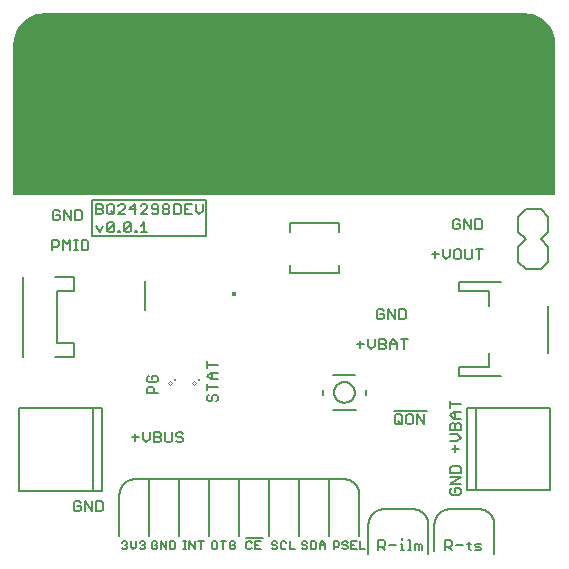
<source format=gto>
G75*
%MOIN*%
%OFA0B0*%
%FSLAX25Y25*%
%IPPOS*%
%LPD*%
%AMOC8*
5,1,8,0,0,1.08239X$1,22.5*
%
%ADD10C,0.00600*%
%ADD11C,0.00500*%
%ADD12C,0.00800*%
%ADD13C,0.00250*%
%ADD14C,0.00984*%
%ADD15C,0.00787*%
%ADD16R,0.01673X0.01772*%
%ADD17R,0.01000X0.10000*%
D10*
X0027642Y0038475D02*
X0028209Y0037908D01*
X0029343Y0037908D01*
X0029911Y0038475D01*
X0029911Y0039609D01*
X0028776Y0039609D01*
X0027642Y0040743D02*
X0027642Y0038475D01*
X0027642Y0040743D02*
X0028209Y0041311D01*
X0029343Y0041311D01*
X0029911Y0040743D01*
X0031325Y0041311D02*
X0031325Y0037908D01*
X0033594Y0037908D02*
X0031325Y0041311D01*
X0033594Y0041311D02*
X0033594Y0037908D01*
X0035008Y0037908D02*
X0036710Y0037908D01*
X0037277Y0038475D01*
X0037277Y0040743D01*
X0036710Y0041311D01*
X0035008Y0041311D01*
X0035008Y0037908D01*
X0051776Y0060908D02*
X0052911Y0062042D01*
X0052911Y0064311D01*
X0054325Y0064311D02*
X0056027Y0064311D01*
X0056594Y0063743D01*
X0056594Y0063176D01*
X0056027Y0062609D01*
X0054325Y0062609D01*
X0054325Y0060908D02*
X0056027Y0060908D01*
X0056594Y0061475D01*
X0056594Y0062042D01*
X0056027Y0062609D01*
X0058008Y0061475D02*
X0058575Y0060908D01*
X0059710Y0060908D01*
X0060277Y0061475D01*
X0060277Y0064311D01*
X0061691Y0063743D02*
X0061691Y0063176D01*
X0062259Y0062609D01*
X0063393Y0062609D01*
X0063960Y0062042D01*
X0063960Y0061475D01*
X0063393Y0060908D01*
X0062259Y0060908D01*
X0061691Y0061475D01*
X0061691Y0063743D02*
X0062259Y0064311D01*
X0063393Y0064311D01*
X0063960Y0063743D01*
X0058008Y0064311D02*
X0058008Y0061475D01*
X0054325Y0060908D02*
X0054325Y0064311D01*
X0050642Y0064311D02*
X0050642Y0062042D01*
X0051776Y0060908D01*
X0049227Y0062609D02*
X0046959Y0062609D01*
X0048093Y0063743D02*
X0048093Y0061475D01*
X0052164Y0077225D02*
X0052164Y0078926D01*
X0052731Y0079493D01*
X0053865Y0079493D01*
X0054432Y0078926D01*
X0054432Y0077225D01*
X0055567Y0077225D02*
X0052164Y0077225D01*
X0052731Y0080908D02*
X0055000Y0080908D01*
X0055567Y0081475D01*
X0055567Y0082609D01*
X0055000Y0083176D01*
X0053865Y0083176D01*
X0053865Y0082042D01*
X0052731Y0083176D02*
X0052164Y0082609D01*
X0052164Y0081475D01*
X0052731Y0080908D01*
X0072164Y0080493D02*
X0072164Y0078225D01*
X0072164Y0079359D02*
X0075567Y0079359D01*
X0075567Y0081908D02*
X0073298Y0081908D01*
X0072164Y0083042D01*
X0073298Y0084176D01*
X0075567Y0084176D01*
X0073865Y0084176D02*
X0073865Y0081908D01*
X0072164Y0085591D02*
X0072164Y0087859D01*
X0072164Y0086725D02*
X0075567Y0086725D01*
X0075000Y0076810D02*
X0075567Y0076243D01*
X0075567Y0075109D01*
X0075000Y0074541D01*
X0073865Y0075109D02*
X0073865Y0076243D01*
X0074432Y0076810D01*
X0075000Y0076810D01*
X0073865Y0075109D02*
X0073298Y0074541D01*
X0072731Y0074541D01*
X0072164Y0075109D01*
X0072164Y0076243D01*
X0072731Y0076810D01*
X0031937Y0124908D02*
X0030236Y0124908D01*
X0030236Y0128311D01*
X0031937Y0128311D01*
X0032505Y0127743D01*
X0032505Y0125475D01*
X0031937Y0124908D01*
X0028915Y0124908D02*
X0027781Y0124908D01*
X0028348Y0124908D02*
X0028348Y0128311D01*
X0027781Y0128311D02*
X0028915Y0128311D01*
X0026366Y0128311D02*
X0026366Y0124908D01*
X0024097Y0124908D02*
X0024097Y0128311D01*
X0025232Y0127176D01*
X0026366Y0128311D01*
X0022683Y0127743D02*
X0022683Y0126609D01*
X0022116Y0126042D01*
X0020414Y0126042D01*
X0020414Y0124908D02*
X0020414Y0128311D01*
X0022116Y0128311D01*
X0022683Y0127743D01*
X0022343Y0134908D02*
X0021209Y0134908D01*
X0020642Y0135475D01*
X0020642Y0137743D01*
X0021209Y0138311D01*
X0022343Y0138311D01*
X0022911Y0137743D01*
X0022911Y0136609D02*
X0021776Y0136609D01*
X0022911Y0136609D02*
X0022911Y0135475D01*
X0022343Y0134908D01*
X0024325Y0134908D02*
X0024325Y0138311D01*
X0026594Y0134908D01*
X0026594Y0138311D01*
X0028008Y0138311D02*
X0029710Y0138311D01*
X0030277Y0137743D01*
X0030277Y0135475D01*
X0029710Y0134908D01*
X0028008Y0134908D01*
X0028008Y0138311D01*
X0035167Y0138609D02*
X0036868Y0138609D01*
X0037435Y0138042D01*
X0037435Y0137475D01*
X0036868Y0136908D01*
X0035167Y0136908D01*
X0035167Y0140311D01*
X0036868Y0140311D01*
X0037435Y0139743D01*
X0037435Y0139176D01*
X0036868Y0138609D01*
X0038850Y0137475D02*
X0039417Y0136908D01*
X0040551Y0136908D01*
X0041118Y0137475D01*
X0041118Y0139743D01*
X0040551Y0140311D01*
X0039417Y0140311D01*
X0038850Y0139743D01*
X0038850Y0137475D01*
X0039984Y0138042D02*
X0041118Y0136908D01*
X0042533Y0136908D02*
X0044802Y0139176D01*
X0044802Y0139743D01*
X0044234Y0140311D01*
X0043100Y0140311D01*
X0042533Y0139743D01*
X0042533Y0136908D02*
X0044802Y0136908D01*
X0046216Y0138609D02*
X0048485Y0138609D01*
X0047918Y0136908D02*
X0047918Y0140311D01*
X0046216Y0138609D01*
X0049899Y0139743D02*
X0050466Y0140311D01*
X0051601Y0140311D01*
X0052168Y0139743D01*
X0052168Y0139176D01*
X0049899Y0136908D01*
X0052168Y0136908D01*
X0053582Y0137475D02*
X0054150Y0136908D01*
X0055284Y0136908D01*
X0055851Y0137475D01*
X0055851Y0139743D01*
X0055284Y0140311D01*
X0054150Y0140311D01*
X0053582Y0139743D01*
X0053582Y0139176D01*
X0054150Y0138609D01*
X0055851Y0138609D01*
X0057266Y0138042D02*
X0057833Y0138609D01*
X0058967Y0138609D01*
X0059534Y0138042D01*
X0059534Y0137475D01*
X0058967Y0136908D01*
X0057833Y0136908D01*
X0057266Y0137475D01*
X0057266Y0138042D01*
X0057833Y0138609D02*
X0057266Y0139176D01*
X0057266Y0139743D01*
X0057833Y0140311D01*
X0058967Y0140311D01*
X0059534Y0139743D01*
X0059534Y0139176D01*
X0058967Y0138609D01*
X0060949Y0136908D02*
X0062650Y0136908D01*
X0063217Y0137475D01*
X0063217Y0139743D01*
X0062650Y0140311D01*
X0060949Y0140311D01*
X0060949Y0136908D01*
X0064632Y0136908D02*
X0064632Y0140311D01*
X0066900Y0140311D01*
X0068315Y0140311D02*
X0068315Y0138042D01*
X0069449Y0136908D01*
X0070584Y0138042D01*
X0070584Y0140311D01*
X0066900Y0136908D02*
X0064632Y0136908D01*
X0064632Y0138609D02*
X0065766Y0138609D01*
X0052168Y0130908D02*
X0049899Y0130908D01*
X0051034Y0130908D02*
X0051034Y0134311D01*
X0049899Y0133176D01*
X0048625Y0131475D02*
X0048625Y0130908D01*
X0048058Y0130908D01*
X0048058Y0131475D01*
X0048625Y0131475D01*
X0046643Y0131475D02*
X0046076Y0130908D01*
X0044942Y0130908D01*
X0044375Y0131475D01*
X0046643Y0133743D01*
X0046643Y0131475D01*
X0046643Y0133743D02*
X0046076Y0134311D01*
X0044942Y0134311D01*
X0044375Y0133743D01*
X0044375Y0131475D01*
X0043100Y0131475D02*
X0043100Y0130908D01*
X0042533Y0130908D01*
X0042533Y0131475D01*
X0043100Y0131475D01*
X0041118Y0131475D02*
X0040551Y0130908D01*
X0039417Y0130908D01*
X0038850Y0131475D01*
X0041118Y0133743D01*
X0041118Y0131475D01*
X0038850Y0131475D02*
X0038850Y0133743D01*
X0039417Y0134311D01*
X0040551Y0134311D01*
X0041118Y0133743D01*
X0037435Y0133176D02*
X0036301Y0130908D01*
X0035167Y0133176D01*
X0007867Y0143608D02*
X0007867Y0193608D01*
X0007968Y0195031D01*
X0008272Y0196425D01*
X0008770Y0197762D01*
X0009454Y0199014D01*
X0010309Y0200156D01*
X0011318Y0201165D01*
X0012460Y0202020D01*
X0013713Y0202704D01*
X0015049Y0203203D01*
X0016444Y0203506D01*
X0017867Y0203608D01*
X0177867Y0203608D01*
X0179290Y0203506D01*
X0180684Y0203203D01*
X0182021Y0202704D01*
X0183273Y0202020D01*
X0184415Y0201165D01*
X0185424Y0200156D01*
X0186279Y0199014D01*
X0186963Y0197762D01*
X0187462Y0196425D01*
X0187765Y0195031D01*
X0187867Y0193608D01*
X0187867Y0143608D01*
X0007867Y0143608D01*
X0007867Y0143908D02*
X0187867Y0143908D01*
X0187867Y0144507D02*
X0007867Y0144507D01*
X0007867Y0145105D02*
X0187867Y0145105D01*
X0187867Y0145704D02*
X0007867Y0145704D01*
X0007867Y0146302D02*
X0187867Y0146302D01*
X0187867Y0146901D02*
X0007867Y0146901D01*
X0007867Y0147500D02*
X0187867Y0147500D01*
X0187867Y0148098D02*
X0007867Y0148098D01*
X0007867Y0148697D02*
X0187867Y0148697D01*
X0187867Y0149295D02*
X0007867Y0149295D01*
X0007867Y0149894D02*
X0187867Y0149894D01*
X0187867Y0150492D02*
X0007867Y0150492D01*
X0007867Y0151091D02*
X0187867Y0151091D01*
X0187867Y0151689D02*
X0007867Y0151689D01*
X0007867Y0152288D02*
X0187867Y0152288D01*
X0187867Y0152886D02*
X0007867Y0152886D01*
X0007867Y0153485D02*
X0187867Y0153485D01*
X0187867Y0154083D02*
X0007867Y0154083D01*
X0007867Y0154682D02*
X0187867Y0154682D01*
X0187867Y0155280D02*
X0007867Y0155280D01*
X0007867Y0155879D02*
X0187867Y0155879D01*
X0187867Y0156477D02*
X0007867Y0156477D01*
X0007867Y0157076D02*
X0187867Y0157076D01*
X0187867Y0157674D02*
X0007867Y0157674D01*
X0007867Y0158273D02*
X0187867Y0158273D01*
X0187867Y0158871D02*
X0007867Y0158871D01*
X0007867Y0159470D02*
X0187867Y0159470D01*
X0187867Y0160068D02*
X0007867Y0160068D01*
X0007867Y0160667D02*
X0187867Y0160667D01*
X0187867Y0161265D02*
X0007867Y0161265D01*
X0007867Y0161864D02*
X0187867Y0161864D01*
X0187867Y0162462D02*
X0007867Y0162462D01*
X0007867Y0163061D02*
X0187867Y0163061D01*
X0187867Y0163659D02*
X0007867Y0163659D01*
X0007867Y0164258D02*
X0187867Y0164258D01*
X0187867Y0164856D02*
X0007867Y0164856D01*
X0007867Y0165455D02*
X0187867Y0165455D01*
X0187867Y0166053D02*
X0007867Y0166053D01*
X0007867Y0166652D02*
X0187867Y0166652D01*
X0187867Y0167250D02*
X0007867Y0167250D01*
X0007867Y0167849D02*
X0187867Y0167849D01*
X0187867Y0168447D02*
X0007867Y0168447D01*
X0007867Y0169046D02*
X0187867Y0169046D01*
X0187867Y0169644D02*
X0007867Y0169644D01*
X0007867Y0170243D02*
X0187867Y0170243D01*
X0187867Y0170841D02*
X0007867Y0170841D01*
X0007867Y0171440D02*
X0187867Y0171440D01*
X0187867Y0172038D02*
X0007867Y0172038D01*
X0007867Y0172637D02*
X0187867Y0172637D01*
X0187867Y0173235D02*
X0007867Y0173235D01*
X0007867Y0173834D02*
X0187867Y0173834D01*
X0187867Y0174433D02*
X0007867Y0174433D01*
X0007867Y0175031D02*
X0187867Y0175031D01*
X0187867Y0175630D02*
X0007867Y0175630D01*
X0007867Y0176228D02*
X0187867Y0176228D01*
X0187867Y0176827D02*
X0007867Y0176827D01*
X0007867Y0177425D02*
X0187867Y0177425D01*
X0187867Y0178024D02*
X0007867Y0178024D01*
X0007867Y0178622D02*
X0187867Y0178622D01*
X0187867Y0179221D02*
X0007867Y0179221D01*
X0007867Y0179819D02*
X0187867Y0179819D01*
X0187867Y0180418D02*
X0007867Y0180418D01*
X0007867Y0181016D02*
X0187867Y0181016D01*
X0187867Y0181615D02*
X0007867Y0181615D01*
X0007867Y0182213D02*
X0187867Y0182213D01*
X0187867Y0182812D02*
X0007867Y0182812D01*
X0007867Y0183410D02*
X0187867Y0183410D01*
X0187867Y0184009D02*
X0007867Y0184009D01*
X0007867Y0184607D02*
X0187867Y0184607D01*
X0187867Y0185206D02*
X0007867Y0185206D01*
X0007867Y0185804D02*
X0187867Y0185804D01*
X0187867Y0186403D02*
X0007867Y0186403D01*
X0007867Y0187001D02*
X0187867Y0187001D01*
X0187867Y0187600D02*
X0007867Y0187600D01*
X0007867Y0188198D02*
X0187867Y0188198D01*
X0187867Y0188797D02*
X0007867Y0188797D01*
X0007867Y0189395D02*
X0187867Y0189395D01*
X0187867Y0189994D02*
X0007867Y0189994D01*
X0007867Y0190592D02*
X0187867Y0190592D01*
X0187867Y0191191D02*
X0007867Y0191191D01*
X0007867Y0191789D02*
X0187867Y0191789D01*
X0187867Y0192388D02*
X0007867Y0192388D01*
X0007867Y0192986D02*
X0187867Y0192986D01*
X0187867Y0193585D02*
X0007867Y0193585D01*
X0007908Y0194183D02*
X0187825Y0194183D01*
X0187783Y0194782D02*
X0007951Y0194782D01*
X0008045Y0195380D02*
X0187689Y0195380D01*
X0187559Y0195979D02*
X0008175Y0195979D01*
X0008329Y0196577D02*
X0187405Y0196577D01*
X0187181Y0197176D02*
X0008552Y0197176D01*
X0008777Y0197774D02*
X0186956Y0197774D01*
X0186629Y0198373D02*
X0009104Y0198373D01*
X0009431Y0198971D02*
X0186302Y0198971D01*
X0185863Y0199570D02*
X0009870Y0199570D01*
X0010321Y0200169D02*
X0185412Y0200169D01*
X0184813Y0200767D02*
X0010920Y0200767D01*
X0011586Y0201366D02*
X0184148Y0201366D01*
X0183348Y0201964D02*
X0012385Y0201964D01*
X0013453Y0202563D02*
X0182280Y0202563D01*
X0180795Y0203161D02*
X0014938Y0203161D01*
X0121959Y0093609D02*
X0124227Y0093609D01*
X0125642Y0093042D02*
X0125642Y0095311D01*
X0127911Y0095311D02*
X0127911Y0093042D01*
X0126776Y0091908D01*
X0125642Y0093042D01*
X0123093Y0092475D02*
X0123093Y0094743D01*
X0129325Y0095311D02*
X0129325Y0091908D01*
X0131027Y0091908D01*
X0131594Y0092475D01*
X0131594Y0093042D01*
X0131027Y0093609D01*
X0129325Y0093609D01*
X0131027Y0093609D02*
X0131594Y0094176D01*
X0131594Y0094743D01*
X0131027Y0095311D01*
X0129325Y0095311D01*
X0133008Y0094176D02*
X0133008Y0091908D01*
X0133008Y0093609D02*
X0135277Y0093609D01*
X0135277Y0094176D02*
X0135277Y0091908D01*
X0135277Y0094176D02*
X0134143Y0095311D01*
X0133008Y0094176D01*
X0136691Y0095311D02*
X0138960Y0095311D01*
X0137826Y0095311D02*
X0137826Y0091908D01*
X0137710Y0101908D02*
X0136008Y0101908D01*
X0136008Y0105311D01*
X0137710Y0105311D01*
X0138277Y0104743D01*
X0138277Y0102475D01*
X0137710Y0101908D01*
X0134594Y0101908D02*
X0134594Y0105311D01*
X0132325Y0105311D02*
X0134594Y0101908D01*
X0132325Y0101908D02*
X0132325Y0105311D01*
X0130911Y0104743D02*
X0130343Y0105311D01*
X0129209Y0105311D01*
X0128642Y0104743D01*
X0128642Y0102475D01*
X0129209Y0101908D01*
X0130343Y0101908D01*
X0130911Y0102475D01*
X0130911Y0103609D01*
X0129776Y0103609D01*
X0148093Y0122475D02*
X0148093Y0124743D01*
X0146959Y0123609D02*
X0149227Y0123609D01*
X0150642Y0123042D02*
X0151776Y0121908D01*
X0152911Y0123042D01*
X0152911Y0125311D01*
X0154325Y0124743D02*
X0154325Y0122475D01*
X0154892Y0121908D01*
X0156027Y0121908D01*
X0156594Y0122475D01*
X0156594Y0124743D01*
X0156027Y0125311D01*
X0154892Y0125311D01*
X0154325Y0124743D01*
X0150642Y0125311D02*
X0150642Y0123042D01*
X0158008Y0122475D02*
X0158575Y0121908D01*
X0159710Y0121908D01*
X0160277Y0122475D01*
X0160277Y0125311D01*
X0161691Y0125311D02*
X0163960Y0125311D01*
X0162826Y0125311D02*
X0162826Y0121908D01*
X0158008Y0122475D02*
X0158008Y0125311D01*
X0157850Y0131908D02*
X0157850Y0135311D01*
X0160118Y0131908D01*
X0160118Y0135311D01*
X0161533Y0135311D02*
X0163234Y0135311D01*
X0163802Y0134743D01*
X0163802Y0132475D01*
X0163234Y0131908D01*
X0161533Y0131908D01*
X0161533Y0135311D01*
X0156435Y0134743D02*
X0155868Y0135311D01*
X0154734Y0135311D01*
X0154167Y0134743D01*
X0154167Y0132475D01*
X0154734Y0131908D01*
X0155868Y0131908D01*
X0156435Y0132475D01*
X0156435Y0133609D01*
X0155301Y0133609D01*
X0153164Y0074701D02*
X0153164Y0072432D01*
X0153164Y0073567D02*
X0156567Y0073567D01*
X0156567Y0071018D02*
X0154298Y0071018D01*
X0153164Y0069884D01*
X0154298Y0068749D01*
X0156567Y0068749D01*
X0156000Y0067335D02*
X0156567Y0066768D01*
X0156567Y0065066D01*
X0153164Y0065066D01*
X0153164Y0066768D01*
X0153731Y0067335D01*
X0154298Y0067335D01*
X0154865Y0066768D01*
X0154865Y0065066D01*
X0155432Y0063652D02*
X0153164Y0063652D01*
X0155432Y0063652D02*
X0156567Y0062517D01*
X0155432Y0061383D01*
X0153164Y0061383D01*
X0154865Y0059968D02*
X0154865Y0057700D01*
X0153731Y0058834D02*
X0156000Y0058834D01*
X0156000Y0053018D02*
X0153731Y0053018D01*
X0153164Y0052451D01*
X0153164Y0050749D01*
X0156567Y0050749D01*
X0156567Y0052451D01*
X0156000Y0053018D01*
X0156567Y0049335D02*
X0153164Y0049335D01*
X0153164Y0047066D02*
X0156567Y0049335D01*
X0156567Y0047066D02*
X0153164Y0047066D01*
X0153731Y0045652D02*
X0153164Y0045084D01*
X0153164Y0043950D01*
X0153731Y0043383D01*
X0156000Y0043383D01*
X0156567Y0043950D01*
X0156567Y0045084D01*
X0156000Y0045652D01*
X0154865Y0045652D01*
X0154865Y0044517D01*
X0153116Y0028311D02*
X0151414Y0028311D01*
X0151414Y0024908D01*
X0151414Y0026042D02*
X0153116Y0026042D01*
X0153683Y0026609D01*
X0153683Y0027743D01*
X0153116Y0028311D01*
X0152549Y0026042D02*
X0153683Y0024908D01*
X0155097Y0026609D02*
X0157366Y0026609D01*
X0158781Y0027176D02*
X0159915Y0027176D01*
X0159348Y0027743D02*
X0159348Y0025475D01*
X0159915Y0024908D01*
X0161236Y0024908D02*
X0162937Y0024908D01*
X0163505Y0025475D01*
X0162937Y0026042D01*
X0161803Y0026042D01*
X0161236Y0026609D01*
X0161803Y0027176D01*
X0163505Y0027176D01*
X0143732Y0026609D02*
X0143732Y0024908D01*
X0142598Y0024908D02*
X0142598Y0026609D01*
X0143165Y0027176D01*
X0143732Y0026609D01*
X0142598Y0026609D02*
X0142031Y0027176D01*
X0141464Y0027176D01*
X0141464Y0024908D01*
X0140143Y0024908D02*
X0139008Y0024908D01*
X0139575Y0024908D02*
X0139575Y0028311D01*
X0139008Y0028311D01*
X0137120Y0028311D02*
X0137120Y0028878D01*
X0137120Y0027176D02*
X0137120Y0024908D01*
X0136553Y0024908D02*
X0137687Y0024908D01*
X0137120Y0027176D02*
X0136553Y0027176D01*
X0135138Y0026609D02*
X0132870Y0026609D01*
X0131455Y0026609D02*
X0131455Y0027743D01*
X0130888Y0028311D01*
X0129187Y0028311D01*
X0129187Y0024908D01*
X0129187Y0026042D02*
X0130888Y0026042D01*
X0131455Y0026609D01*
X0130321Y0026042D02*
X0131455Y0024908D01*
X0135209Y0066908D02*
X0134642Y0067475D01*
X0134642Y0069743D01*
X0135209Y0070311D01*
X0136343Y0070311D01*
X0136911Y0069743D01*
X0136911Y0067475D01*
X0136343Y0066908D01*
X0135209Y0066908D01*
X0135776Y0068042D02*
X0136911Y0066908D01*
X0138325Y0067475D02*
X0138892Y0066908D01*
X0140027Y0066908D01*
X0140594Y0067475D01*
X0140594Y0069743D01*
X0140027Y0070311D01*
X0138892Y0070311D01*
X0138325Y0069743D01*
X0138325Y0067475D01*
X0142008Y0066908D02*
X0142008Y0070311D01*
X0144277Y0066908D01*
X0144277Y0070311D01*
X0145391Y0071508D02*
X0134342Y0071508D01*
X0154865Y0071018D02*
X0154865Y0068749D01*
X0155432Y0067335D02*
X0156000Y0067335D01*
X0155432Y0067335D02*
X0154865Y0066768D01*
D11*
X0123063Y0027960D02*
X0123063Y0025258D01*
X0124865Y0025258D01*
X0121918Y0025258D02*
X0120117Y0025258D01*
X0120117Y0027960D01*
X0121918Y0027960D01*
X0121017Y0026609D02*
X0120117Y0026609D01*
X0118972Y0026158D02*
X0118972Y0025708D01*
X0118521Y0025258D01*
X0117621Y0025258D01*
X0117170Y0025708D01*
X0117621Y0026609D02*
X0118521Y0026609D01*
X0118972Y0026158D01*
X0118972Y0027510D02*
X0118521Y0027960D01*
X0117621Y0027960D01*
X0117170Y0027510D01*
X0117170Y0027059D01*
X0117621Y0026609D01*
X0116025Y0026609D02*
X0116025Y0027510D01*
X0115575Y0027960D01*
X0114224Y0027960D01*
X0114224Y0025258D01*
X0114224Y0026158D02*
X0115575Y0026158D01*
X0116025Y0026609D01*
X0111391Y0026609D02*
X0109590Y0026609D01*
X0109590Y0027059D02*
X0109590Y0025258D01*
X0108445Y0025708D02*
X0108445Y0027510D01*
X0107995Y0027960D01*
X0106643Y0027960D01*
X0106643Y0025258D01*
X0107995Y0025258D01*
X0108445Y0025708D01*
X0109590Y0027059D02*
X0110491Y0027960D01*
X0111391Y0027059D01*
X0111391Y0025258D01*
X0105498Y0025708D02*
X0105048Y0025258D01*
X0104147Y0025258D01*
X0103697Y0025708D01*
X0104147Y0026609D02*
X0105048Y0026609D01*
X0105498Y0026158D01*
X0105498Y0025708D01*
X0104147Y0026609D02*
X0103697Y0027059D01*
X0103697Y0027510D01*
X0104147Y0027960D01*
X0105048Y0027960D01*
X0105498Y0027510D01*
X0101391Y0025258D02*
X0099590Y0025258D01*
X0099590Y0027960D01*
X0098445Y0027510D02*
X0097995Y0027960D01*
X0097094Y0027960D01*
X0096643Y0027510D01*
X0096643Y0025708D01*
X0097094Y0025258D01*
X0097995Y0025258D01*
X0098445Y0025708D01*
X0095498Y0025708D02*
X0095048Y0025258D01*
X0094147Y0025258D01*
X0093697Y0025708D01*
X0094147Y0026609D02*
X0095048Y0026609D01*
X0095498Y0026158D01*
X0095498Y0025708D01*
X0094147Y0026609D02*
X0093697Y0027059D01*
X0093697Y0027510D01*
X0094147Y0027960D01*
X0095048Y0027960D01*
X0095498Y0027510D01*
X0090813Y0028958D02*
X0084920Y0028958D01*
X0085621Y0027960D02*
X0085170Y0027510D01*
X0085170Y0025708D01*
X0085621Y0025258D01*
X0086521Y0025258D01*
X0086972Y0025708D01*
X0088117Y0025258D02*
X0089918Y0025258D01*
X0089017Y0026609D02*
X0088117Y0026609D01*
X0088117Y0027960D02*
X0088117Y0025258D01*
X0086972Y0027510D02*
X0086521Y0027960D01*
X0085621Y0027960D01*
X0088117Y0027960D02*
X0089918Y0027960D01*
X0081391Y0027510D02*
X0080941Y0027960D01*
X0080040Y0027960D01*
X0079590Y0027510D01*
X0079590Y0025708D01*
X0080040Y0025258D01*
X0080941Y0025258D01*
X0081391Y0025708D01*
X0081391Y0026609D01*
X0080491Y0026609D01*
X0078445Y0027960D02*
X0076643Y0027960D01*
X0077544Y0027960D02*
X0077544Y0025258D01*
X0075498Y0025708D02*
X0075498Y0027510D01*
X0075048Y0027960D01*
X0074147Y0027960D01*
X0073697Y0027510D01*
X0073697Y0025708D01*
X0074147Y0025258D01*
X0075048Y0025258D01*
X0075498Y0025708D01*
X0070900Y0027960D02*
X0069099Y0027960D01*
X0070000Y0027960D02*
X0070000Y0025258D01*
X0067954Y0025258D02*
X0067954Y0027960D01*
X0066152Y0027960D02*
X0066152Y0025258D01*
X0065089Y0025258D02*
X0064188Y0025258D01*
X0064638Y0025258D02*
X0064638Y0027960D01*
X0064188Y0027960D02*
X0065089Y0027960D01*
X0066152Y0027960D02*
X0067954Y0025258D01*
X0061391Y0025708D02*
X0061391Y0027510D01*
X0060941Y0027960D01*
X0059590Y0027960D01*
X0059590Y0025258D01*
X0060941Y0025258D01*
X0061391Y0025708D01*
X0058445Y0025258D02*
X0058445Y0027960D01*
X0056643Y0027960D02*
X0056643Y0025258D01*
X0055498Y0025708D02*
X0055498Y0026609D01*
X0054598Y0026609D01*
X0055498Y0027510D02*
X0055048Y0027960D01*
X0054147Y0027960D01*
X0053697Y0027510D01*
X0053697Y0025708D01*
X0054147Y0025258D01*
X0055048Y0025258D01*
X0055498Y0025708D01*
X0056643Y0027960D02*
X0058445Y0025258D01*
X0051391Y0025708D02*
X0050941Y0025258D01*
X0050040Y0025258D01*
X0049590Y0025708D01*
X0048445Y0026158D02*
X0048445Y0027960D01*
X0049590Y0027510D02*
X0050040Y0027960D01*
X0050941Y0027960D01*
X0051391Y0027510D01*
X0051391Y0027059D01*
X0050941Y0026609D01*
X0051391Y0026158D01*
X0051391Y0025708D01*
X0050941Y0026609D02*
X0050491Y0026609D01*
X0048445Y0026158D02*
X0047544Y0025258D01*
X0046643Y0026158D01*
X0046643Y0027960D01*
X0045498Y0027510D02*
X0045498Y0027059D01*
X0045048Y0026609D01*
X0045498Y0026158D01*
X0045498Y0025708D01*
X0045048Y0025258D01*
X0044147Y0025258D01*
X0043697Y0025708D01*
X0044598Y0026609D02*
X0045048Y0026609D01*
X0045498Y0027510D02*
X0045048Y0027960D01*
X0044147Y0027960D01*
X0043697Y0027510D01*
X0099599Y0117340D02*
X0099599Y0120096D01*
X0099599Y0117340D02*
X0116134Y0117340D01*
X0116134Y0120096D01*
X0116134Y0131119D02*
X0116134Y0133875D01*
X0099599Y0133875D01*
X0099599Y0131119D01*
D12*
X0071867Y0129608D02*
X0071867Y0141608D01*
X0033867Y0141608D01*
X0033867Y0129608D01*
X0071867Y0129608D01*
X0027693Y0115993D02*
X0027693Y0111269D01*
X0022182Y0111269D01*
X0022182Y0093946D01*
X0027693Y0093946D01*
X0027693Y0089222D01*
X0021394Y0089222D01*
X0010764Y0089222D02*
X0010764Y0115993D01*
X0021394Y0115993D02*
X0027693Y0115993D01*
X0033890Y0072277D02*
X0009481Y0072277D01*
X0009481Y0044718D01*
X0033890Y0044718D01*
X0033890Y0072277D01*
X0037040Y0072277D01*
X0037040Y0044718D01*
X0033890Y0044718D01*
X0042867Y0043608D02*
X0042867Y0029608D01*
X0052867Y0029608D02*
X0052867Y0048608D01*
X0062867Y0048608D01*
X0062867Y0029608D01*
X0072867Y0029608D02*
X0072867Y0048608D01*
X0082867Y0048608D01*
X0082867Y0029608D01*
X0092867Y0029608D02*
X0092867Y0048608D01*
X0102867Y0048608D01*
X0102867Y0029608D01*
X0112867Y0029608D02*
X0112867Y0048608D01*
X0117867Y0048608D01*
X0118007Y0048606D01*
X0118147Y0048600D01*
X0118287Y0048590D01*
X0118427Y0048577D01*
X0118566Y0048559D01*
X0118705Y0048537D01*
X0118842Y0048512D01*
X0118980Y0048483D01*
X0119116Y0048450D01*
X0119251Y0048413D01*
X0119385Y0048372D01*
X0119518Y0048327D01*
X0119650Y0048279D01*
X0119780Y0048227D01*
X0119909Y0048172D01*
X0120036Y0048113D01*
X0120162Y0048050D01*
X0120286Y0047984D01*
X0120407Y0047915D01*
X0120527Y0047842D01*
X0120645Y0047765D01*
X0120760Y0047686D01*
X0120874Y0047603D01*
X0120984Y0047517D01*
X0121093Y0047428D01*
X0121199Y0047336D01*
X0121302Y0047241D01*
X0121403Y0047144D01*
X0121500Y0047043D01*
X0121595Y0046940D01*
X0121687Y0046834D01*
X0121776Y0046725D01*
X0121862Y0046615D01*
X0121945Y0046501D01*
X0122024Y0046386D01*
X0122101Y0046268D01*
X0122174Y0046148D01*
X0122243Y0046027D01*
X0122309Y0045903D01*
X0122372Y0045777D01*
X0122431Y0045650D01*
X0122486Y0045521D01*
X0122538Y0045391D01*
X0122586Y0045259D01*
X0122631Y0045126D01*
X0122672Y0044992D01*
X0122709Y0044857D01*
X0122742Y0044721D01*
X0122771Y0044583D01*
X0122796Y0044446D01*
X0122818Y0044307D01*
X0122836Y0044168D01*
X0122849Y0044028D01*
X0122859Y0043888D01*
X0122865Y0043748D01*
X0122867Y0043608D01*
X0122867Y0029608D01*
X0125867Y0033608D02*
X0125867Y0023608D01*
X0125867Y0033608D02*
X0125869Y0033748D01*
X0125875Y0033888D01*
X0125885Y0034028D01*
X0125898Y0034168D01*
X0125916Y0034307D01*
X0125938Y0034446D01*
X0125963Y0034583D01*
X0125992Y0034721D01*
X0126025Y0034857D01*
X0126062Y0034992D01*
X0126103Y0035126D01*
X0126148Y0035259D01*
X0126196Y0035391D01*
X0126248Y0035521D01*
X0126303Y0035650D01*
X0126362Y0035777D01*
X0126425Y0035903D01*
X0126491Y0036027D01*
X0126560Y0036148D01*
X0126633Y0036268D01*
X0126710Y0036386D01*
X0126789Y0036501D01*
X0126872Y0036615D01*
X0126958Y0036725D01*
X0127047Y0036834D01*
X0127139Y0036940D01*
X0127234Y0037043D01*
X0127331Y0037144D01*
X0127432Y0037241D01*
X0127535Y0037336D01*
X0127641Y0037428D01*
X0127750Y0037517D01*
X0127860Y0037603D01*
X0127974Y0037686D01*
X0128089Y0037765D01*
X0128207Y0037842D01*
X0128327Y0037915D01*
X0128448Y0037984D01*
X0128572Y0038050D01*
X0128698Y0038113D01*
X0128825Y0038172D01*
X0128954Y0038227D01*
X0129084Y0038279D01*
X0129216Y0038327D01*
X0129349Y0038372D01*
X0129483Y0038413D01*
X0129618Y0038450D01*
X0129754Y0038483D01*
X0129892Y0038512D01*
X0130029Y0038537D01*
X0130168Y0038559D01*
X0130307Y0038577D01*
X0130447Y0038590D01*
X0130587Y0038600D01*
X0130727Y0038606D01*
X0130867Y0038608D01*
X0140867Y0038608D01*
X0141007Y0038606D01*
X0141147Y0038600D01*
X0141287Y0038590D01*
X0141427Y0038577D01*
X0141566Y0038559D01*
X0141705Y0038537D01*
X0141842Y0038512D01*
X0141980Y0038483D01*
X0142116Y0038450D01*
X0142251Y0038413D01*
X0142385Y0038372D01*
X0142518Y0038327D01*
X0142650Y0038279D01*
X0142780Y0038227D01*
X0142909Y0038172D01*
X0143036Y0038113D01*
X0143162Y0038050D01*
X0143286Y0037984D01*
X0143407Y0037915D01*
X0143527Y0037842D01*
X0143645Y0037765D01*
X0143760Y0037686D01*
X0143874Y0037603D01*
X0143984Y0037517D01*
X0144093Y0037428D01*
X0144199Y0037336D01*
X0144302Y0037241D01*
X0144403Y0037144D01*
X0144500Y0037043D01*
X0144595Y0036940D01*
X0144687Y0036834D01*
X0144776Y0036725D01*
X0144862Y0036615D01*
X0144945Y0036501D01*
X0145024Y0036386D01*
X0145101Y0036268D01*
X0145174Y0036148D01*
X0145243Y0036027D01*
X0145309Y0035903D01*
X0145372Y0035777D01*
X0145431Y0035650D01*
X0145486Y0035521D01*
X0145538Y0035391D01*
X0145586Y0035259D01*
X0145631Y0035126D01*
X0145672Y0034992D01*
X0145709Y0034857D01*
X0145742Y0034721D01*
X0145771Y0034583D01*
X0145796Y0034446D01*
X0145818Y0034307D01*
X0145836Y0034168D01*
X0145849Y0034028D01*
X0145859Y0033888D01*
X0145865Y0033748D01*
X0145867Y0033608D01*
X0145867Y0023608D01*
X0147867Y0024608D02*
X0147867Y0033608D01*
X0147869Y0033748D01*
X0147875Y0033888D01*
X0147885Y0034028D01*
X0147898Y0034168D01*
X0147916Y0034307D01*
X0147938Y0034446D01*
X0147963Y0034583D01*
X0147992Y0034721D01*
X0148025Y0034857D01*
X0148062Y0034992D01*
X0148103Y0035126D01*
X0148148Y0035259D01*
X0148196Y0035391D01*
X0148248Y0035521D01*
X0148303Y0035650D01*
X0148362Y0035777D01*
X0148425Y0035903D01*
X0148491Y0036027D01*
X0148560Y0036148D01*
X0148633Y0036268D01*
X0148710Y0036386D01*
X0148789Y0036501D01*
X0148872Y0036615D01*
X0148958Y0036725D01*
X0149047Y0036834D01*
X0149139Y0036940D01*
X0149234Y0037043D01*
X0149331Y0037144D01*
X0149432Y0037241D01*
X0149535Y0037336D01*
X0149641Y0037428D01*
X0149750Y0037517D01*
X0149860Y0037603D01*
X0149974Y0037686D01*
X0150089Y0037765D01*
X0150207Y0037842D01*
X0150327Y0037915D01*
X0150448Y0037984D01*
X0150572Y0038050D01*
X0150698Y0038113D01*
X0150825Y0038172D01*
X0150954Y0038227D01*
X0151084Y0038279D01*
X0151216Y0038327D01*
X0151349Y0038372D01*
X0151483Y0038413D01*
X0151618Y0038450D01*
X0151754Y0038483D01*
X0151892Y0038512D01*
X0152029Y0038537D01*
X0152168Y0038559D01*
X0152307Y0038577D01*
X0152447Y0038590D01*
X0152587Y0038600D01*
X0152727Y0038606D01*
X0152867Y0038608D01*
X0162867Y0038608D01*
X0163007Y0038606D01*
X0163147Y0038600D01*
X0163287Y0038590D01*
X0163427Y0038577D01*
X0163566Y0038559D01*
X0163705Y0038537D01*
X0163842Y0038512D01*
X0163980Y0038483D01*
X0164116Y0038450D01*
X0164251Y0038413D01*
X0164385Y0038372D01*
X0164518Y0038327D01*
X0164650Y0038279D01*
X0164780Y0038227D01*
X0164909Y0038172D01*
X0165036Y0038113D01*
X0165162Y0038050D01*
X0165286Y0037984D01*
X0165407Y0037915D01*
X0165527Y0037842D01*
X0165645Y0037765D01*
X0165760Y0037686D01*
X0165874Y0037603D01*
X0165984Y0037517D01*
X0166093Y0037428D01*
X0166199Y0037336D01*
X0166302Y0037241D01*
X0166403Y0037144D01*
X0166500Y0037043D01*
X0166595Y0036940D01*
X0166687Y0036834D01*
X0166776Y0036725D01*
X0166862Y0036615D01*
X0166945Y0036501D01*
X0167024Y0036386D01*
X0167101Y0036268D01*
X0167174Y0036148D01*
X0167243Y0036027D01*
X0167309Y0035903D01*
X0167372Y0035777D01*
X0167431Y0035650D01*
X0167486Y0035521D01*
X0167538Y0035391D01*
X0167586Y0035259D01*
X0167631Y0035126D01*
X0167672Y0034992D01*
X0167709Y0034857D01*
X0167742Y0034721D01*
X0167771Y0034583D01*
X0167796Y0034446D01*
X0167818Y0034307D01*
X0167836Y0034168D01*
X0167849Y0034028D01*
X0167859Y0033888D01*
X0167865Y0033748D01*
X0167867Y0033608D01*
X0167867Y0023608D01*
X0161843Y0044938D02*
X0158693Y0044938D01*
X0158693Y0072497D01*
X0161843Y0072497D01*
X0161843Y0044938D01*
X0186252Y0044938D01*
X0186252Y0072497D01*
X0161843Y0072497D01*
X0156150Y0082860D02*
X0169930Y0082860D01*
X0165993Y0086009D02*
X0156150Y0086009D01*
X0156150Y0082860D01*
X0165993Y0086009D02*
X0165993Y0090734D01*
X0165993Y0106482D02*
X0165993Y0111206D01*
X0156150Y0111206D01*
X0156150Y0114356D01*
X0169930Y0114356D01*
X0175867Y0121108D02*
X0178367Y0118608D01*
X0183367Y0118608D01*
X0185867Y0121108D01*
X0185867Y0126108D01*
X0183367Y0128608D01*
X0185867Y0131108D01*
X0185867Y0136108D01*
X0183367Y0138608D01*
X0178367Y0138608D01*
X0175867Y0136108D01*
X0175867Y0131108D01*
X0178367Y0128608D01*
X0175867Y0126108D01*
X0175867Y0121108D01*
X0185678Y0106482D02*
X0185678Y0090734D01*
X0112867Y0048608D02*
X0102867Y0048608D01*
X0092867Y0048608D02*
X0082867Y0048608D01*
X0072867Y0048608D02*
X0062867Y0048608D01*
X0052867Y0048608D02*
X0047867Y0048608D01*
X0047727Y0048606D01*
X0047587Y0048600D01*
X0047447Y0048590D01*
X0047307Y0048577D01*
X0047168Y0048559D01*
X0047029Y0048537D01*
X0046892Y0048512D01*
X0046754Y0048483D01*
X0046618Y0048450D01*
X0046483Y0048413D01*
X0046349Y0048372D01*
X0046216Y0048327D01*
X0046084Y0048279D01*
X0045954Y0048227D01*
X0045825Y0048172D01*
X0045698Y0048113D01*
X0045572Y0048050D01*
X0045448Y0047984D01*
X0045327Y0047915D01*
X0045207Y0047842D01*
X0045089Y0047765D01*
X0044974Y0047686D01*
X0044860Y0047603D01*
X0044750Y0047517D01*
X0044641Y0047428D01*
X0044535Y0047336D01*
X0044432Y0047241D01*
X0044331Y0047144D01*
X0044234Y0047043D01*
X0044139Y0046940D01*
X0044047Y0046834D01*
X0043958Y0046725D01*
X0043872Y0046615D01*
X0043789Y0046501D01*
X0043710Y0046386D01*
X0043633Y0046268D01*
X0043560Y0046148D01*
X0043491Y0046027D01*
X0043425Y0045903D01*
X0043362Y0045777D01*
X0043303Y0045650D01*
X0043248Y0045521D01*
X0043196Y0045391D01*
X0043148Y0045259D01*
X0043103Y0045126D01*
X0043062Y0044992D01*
X0043025Y0044857D01*
X0042992Y0044721D01*
X0042963Y0044583D01*
X0042938Y0044446D01*
X0042916Y0044307D01*
X0042898Y0044168D01*
X0042885Y0044028D01*
X0042875Y0043888D01*
X0042869Y0043748D01*
X0042867Y0043608D01*
D13*
X0059867Y0080017D02*
X0059178Y0080706D01*
X0059768Y0081297D01*
X0060457Y0080608D01*
X0059867Y0080017D01*
X0067178Y0080706D02*
X0067768Y0081297D01*
X0068457Y0080608D01*
X0067867Y0080017D01*
X0067178Y0080706D01*
D14*
X0069441Y0081690D03*
X0061441Y0081690D03*
D15*
X0110780Y0078395D02*
X0110780Y0076820D01*
X0113930Y0071702D02*
X0121804Y0071702D01*
X0124953Y0076820D02*
X0124953Y0078395D01*
X0121410Y0083513D02*
X0113930Y0083513D01*
X0114422Y0077608D02*
X0114424Y0077725D01*
X0114430Y0077842D01*
X0114440Y0077958D01*
X0114454Y0078075D01*
X0114472Y0078190D01*
X0114493Y0078305D01*
X0114519Y0078419D01*
X0114548Y0078533D01*
X0114582Y0078645D01*
X0114619Y0078756D01*
X0114660Y0078865D01*
X0114704Y0078973D01*
X0114752Y0079080D01*
X0114804Y0079185D01*
X0114859Y0079288D01*
X0114918Y0079389D01*
X0114980Y0079488D01*
X0115046Y0079585D01*
X0115115Y0079680D01*
X0115187Y0079772D01*
X0115262Y0079862D01*
X0115340Y0079949D01*
X0115421Y0080034D01*
X0115504Y0080115D01*
X0115591Y0080194D01*
X0115680Y0080270D01*
X0115772Y0080343D01*
X0115866Y0080412D01*
X0115962Y0080478D01*
X0116061Y0080542D01*
X0116161Y0080601D01*
X0116264Y0080657D01*
X0116369Y0080710D01*
X0116475Y0080759D01*
X0116583Y0080805D01*
X0116692Y0080846D01*
X0116802Y0080884D01*
X0116914Y0080919D01*
X0117027Y0080949D01*
X0117141Y0080976D01*
X0117256Y0080998D01*
X0117371Y0081017D01*
X0117488Y0081032D01*
X0117604Y0081043D01*
X0117721Y0081050D01*
X0117838Y0081053D01*
X0117955Y0081052D01*
X0118072Y0081047D01*
X0118188Y0081038D01*
X0118305Y0081025D01*
X0118420Y0081008D01*
X0118535Y0080988D01*
X0118650Y0080963D01*
X0118763Y0080934D01*
X0118876Y0080902D01*
X0118987Y0080866D01*
X0119097Y0080826D01*
X0119206Y0080782D01*
X0119313Y0080735D01*
X0119418Y0080684D01*
X0119522Y0080630D01*
X0119623Y0080572D01*
X0119723Y0080510D01*
X0119820Y0080446D01*
X0119916Y0080378D01*
X0120008Y0080307D01*
X0120099Y0080232D01*
X0120187Y0080155D01*
X0120272Y0080075D01*
X0120354Y0079992D01*
X0120434Y0079906D01*
X0120510Y0079817D01*
X0120584Y0079726D01*
X0120654Y0079633D01*
X0120721Y0079537D01*
X0120785Y0079439D01*
X0120846Y0079339D01*
X0120903Y0079237D01*
X0120956Y0079133D01*
X0121006Y0079027D01*
X0121053Y0078920D01*
X0121095Y0078811D01*
X0121134Y0078700D01*
X0121169Y0078589D01*
X0121201Y0078476D01*
X0121228Y0078362D01*
X0121252Y0078248D01*
X0121272Y0078132D01*
X0121288Y0078017D01*
X0121300Y0077900D01*
X0121308Y0077783D01*
X0121312Y0077666D01*
X0121312Y0077550D01*
X0121308Y0077433D01*
X0121300Y0077316D01*
X0121288Y0077199D01*
X0121272Y0077084D01*
X0121252Y0076968D01*
X0121228Y0076854D01*
X0121201Y0076740D01*
X0121169Y0076627D01*
X0121134Y0076516D01*
X0121095Y0076405D01*
X0121053Y0076296D01*
X0121006Y0076189D01*
X0120956Y0076083D01*
X0120903Y0075979D01*
X0120846Y0075877D01*
X0120785Y0075777D01*
X0120721Y0075679D01*
X0120654Y0075583D01*
X0120584Y0075490D01*
X0120510Y0075399D01*
X0120434Y0075310D01*
X0120354Y0075224D01*
X0120272Y0075141D01*
X0120187Y0075061D01*
X0120099Y0074984D01*
X0120008Y0074909D01*
X0119916Y0074838D01*
X0119820Y0074770D01*
X0119723Y0074706D01*
X0119623Y0074644D01*
X0119522Y0074586D01*
X0119418Y0074532D01*
X0119313Y0074481D01*
X0119206Y0074434D01*
X0119097Y0074390D01*
X0118987Y0074350D01*
X0118876Y0074314D01*
X0118763Y0074282D01*
X0118650Y0074253D01*
X0118535Y0074228D01*
X0118420Y0074208D01*
X0118305Y0074191D01*
X0118188Y0074178D01*
X0118072Y0074169D01*
X0117955Y0074164D01*
X0117838Y0074163D01*
X0117721Y0074166D01*
X0117604Y0074173D01*
X0117488Y0074184D01*
X0117371Y0074199D01*
X0117256Y0074218D01*
X0117141Y0074240D01*
X0117027Y0074267D01*
X0116914Y0074297D01*
X0116802Y0074332D01*
X0116692Y0074370D01*
X0116583Y0074411D01*
X0116475Y0074457D01*
X0116369Y0074506D01*
X0116264Y0074559D01*
X0116161Y0074615D01*
X0116061Y0074674D01*
X0115962Y0074738D01*
X0115866Y0074804D01*
X0115772Y0074873D01*
X0115680Y0074946D01*
X0115591Y0075022D01*
X0115504Y0075101D01*
X0115421Y0075182D01*
X0115340Y0075267D01*
X0115262Y0075354D01*
X0115187Y0075444D01*
X0115115Y0075536D01*
X0115046Y0075631D01*
X0114980Y0075728D01*
X0114918Y0075827D01*
X0114859Y0075928D01*
X0114804Y0076031D01*
X0114752Y0076136D01*
X0114704Y0076243D01*
X0114660Y0076351D01*
X0114619Y0076460D01*
X0114582Y0076571D01*
X0114548Y0076683D01*
X0114519Y0076797D01*
X0114493Y0076911D01*
X0114472Y0077026D01*
X0114454Y0077141D01*
X0114440Y0077258D01*
X0114430Y0077374D01*
X0114424Y0077491D01*
X0114422Y0077608D01*
D16*
X0081026Y0110497D03*
D17*
X0051367Y0109608D03*
M02*

</source>
